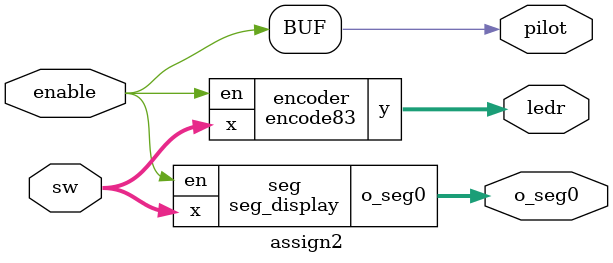
<source format=v>
module encode83(x,en,y);
  input  [7:0] x;
  input  en;
  output reg [2:0] y;
  integer i;
  always @(x or en) begin
    if (en) begin
      y = 0;
      // 高位优先编码
      for( i = 0; i <= 7; i = i+1)
          if(x[i] == 1)  y = i[2:0];
    end
    else  y = 0;
  end

endmodule

module seg_display(x,en,o_seg0);
  input  [7:0] x;
  input  en;
  output [7:0] o_seg0;

  wire [7:0] segs [7:0];
  assign segs[0] = 8'b11111101;
  assign segs[1] = 8'b01100000;
  assign segs[2] = 8'b11011010;
  assign segs[3] = 8'b11110010;
  assign segs[4] = 8'b01100110;
  assign segs[5] = 8'b10110110;
  assign segs[6] = 8'b10111110;
  assign segs[7] = 8'b11100000;

  reg [2:0] offset;
  integer i;

  always @(x or en) begin
    if (en) begin
      offset = 0;
      for( i = 0; i <=7; i = i+1)
          if(x[i] == 1)  offset = i[2:0];
    end
    else  offset = 0;
  end

  assign o_seg0 = ~segs[offset + 3'd0];
endmodule



module assign2(
  input [7:0] sw,
  input enable,
  output pilot ,
  output [2:0] ledr,
  output [7:0] o_seg0
);
  assign pilot = enable;
  encode83 encoder(sw,enable,ledr);
  seg_display seg(sw,enable,o_seg0);
 
endmodule
</source>
